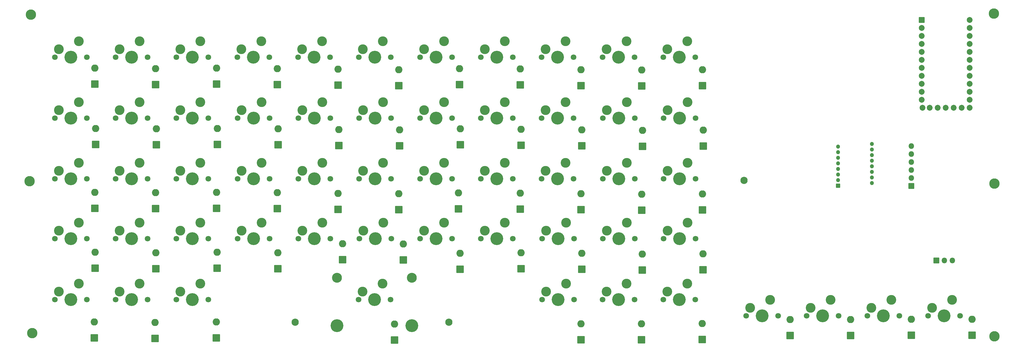
<source format=gbr>
G04 #@! TF.GenerationSoftware,KiCad,Pcbnew,(6.0.7)*
G04 #@! TF.CreationDate,2022-12-19T10:59:48-08:00*
G04 #@! TF.ProjectId,openot rev2,6f70656e-6f74-4207-9265-76322e6b6963,rev?*
G04 #@! TF.SameCoordinates,Original*
G04 #@! TF.FileFunction,Soldermask,Top*
G04 #@! TF.FilePolarity,Negative*
%FSLAX46Y46*%
G04 Gerber Fmt 4.6, Leading zero omitted, Abs format (unit mm)*
G04 Created by KiCad (PCBNEW (6.0.7)) date 2022-12-19 10:59:48*
%MOMM*%
%LPD*%
G01*
G04 APERTURE LIST*
G04 Aperture macros list*
%AMRoundRect*
0 Rectangle with rounded corners*
0 $1 Rounding radius*
0 $2 $3 $4 $5 $6 $7 $8 $9 X,Y pos of 4 corners*
0 Add a 4 corners polygon primitive as box body*
4,1,4,$2,$3,$4,$5,$6,$7,$8,$9,$2,$3,0*
0 Add four circle primitives for the rounded corners*
1,1,$1+$1,$2,$3*
1,1,$1+$1,$4,$5*
1,1,$1+$1,$6,$7*
1,1,$1+$1,$8,$9*
0 Add four rect primitives between the rounded corners*
20,1,$1+$1,$2,$3,$4,$5,0*
20,1,$1+$1,$4,$5,$6,$7,0*
20,1,$1+$1,$6,$7,$8,$9,0*
20,1,$1+$1,$8,$9,$2,$3,0*%
G04 Aperture macros list end*
%ADD10C,3.102000*%
%ADD11C,4.089800*%
%ADD12C,1.803800*%
%ADD13RoundRect,0.051000X1.100000X-1.100000X1.100000X1.100000X-1.100000X1.100000X-1.100000X-1.100000X0*%
%ADD14O,2.302000X2.302000*%
%ADD15C,3.302000*%
%ADD16C,2.302000*%
%ADD17RoundRect,0.051000X-0.876300X0.876300X-0.876300X-0.876300X0.876300X-0.876300X0.876300X0.876300X0*%
%ADD18C,1.854600*%
%ADD19C,3.150000*%
%ADD20RoundRect,0.051000X0.850000X-0.850000X0.850000X0.850000X-0.850000X0.850000X-0.850000X-0.850000X0*%
%ADD21O,1.802000X1.802000*%
%ADD22RoundRect,0.051000X-0.850000X-0.850000X0.850000X-0.850000X0.850000X0.850000X-0.850000X0.850000X0*%
%ADD23RoundRect,0.051000X-0.600000X-0.600000X0.600000X-0.600000X0.600000X0.600000X-0.600000X0.600000X0*%
%ADD24C,1.302000*%
G04 APERTURE END LIST*
D10*
X157593800Y-128613600D03*
X151243800Y-131153600D03*
D11*
X155053800Y-133693600D03*
D12*
X160133800Y-133693600D03*
X149973800Y-133693600D03*
D13*
X183400000Y-159572183D03*
D14*
X183400000Y-154492183D03*
D10*
X118828533Y-89942285D03*
D11*
X116288533Y-95022285D03*
D12*
X121368533Y-95022285D03*
X111208533Y-95022285D03*
D10*
X112478533Y-92482285D03*
D15*
X371053483Y-81170234D03*
D10*
X112458000Y-169660000D03*
D11*
X116268000Y-172200000D03*
D12*
X111188000Y-172200000D03*
D10*
X118808000Y-167120000D03*
D12*
X121348000Y-172200000D03*
D13*
X85437267Y-162190298D03*
D14*
X85437267Y-157110298D03*
D11*
X232396800Y-133693600D03*
D12*
X227316800Y-133693600D03*
D10*
X228586800Y-131153600D03*
D12*
X237476800Y-133693600D03*
D10*
X234936800Y-128613600D03*
D13*
X239869267Y-143561315D03*
D14*
X239869267Y-138481315D03*
D16*
X197857667Y-179339132D03*
D13*
X162623000Y-103964817D03*
D14*
X162623000Y-98884817D03*
D12*
X237654600Y-172200000D03*
X227494600Y-172200000D03*
D11*
X232574600Y-172200000D03*
D10*
X235114600Y-167120000D03*
X228764600Y-169660000D03*
D11*
X193793667Y-152756115D03*
D12*
X188713667Y-152756115D03*
X198873667Y-152756115D03*
D10*
X189983667Y-150216115D03*
X196333667Y-147676115D03*
D15*
X371256683Y-135221434D03*
D13*
X85564267Y-122769498D03*
D14*
X85564267Y-117689498D03*
D13*
X239813600Y-184990817D03*
D14*
X239813600Y-179910817D03*
D13*
X85280000Y-103620000D03*
D14*
X85280000Y-98540000D03*
D13*
X181957267Y-143561315D03*
D14*
X181957267Y-138481315D03*
D11*
X77710800Y-114389600D03*
D12*
X72630800Y-114389600D03*
X82790800Y-114389600D03*
D10*
X73900800Y-111849600D03*
X80250800Y-109309600D03*
D11*
X174357800Y-114389600D03*
D12*
X179437800Y-114389600D03*
D10*
X176897800Y-109309600D03*
D12*
X169277800Y-114389600D03*
D10*
X170547800Y-111849600D03*
D12*
X169100000Y-172200000D03*
D10*
X176720000Y-167120000D03*
D12*
X179260000Y-172200000D03*
D10*
X170370000Y-169660000D03*
D11*
X174180000Y-172200000D03*
D13*
X278604267Y-162698298D03*
D14*
X278604267Y-157618298D03*
D13*
X143349267Y-143216498D03*
D14*
X143349267Y-138136498D03*
D13*
X104868267Y-122896498D03*
D14*
X104868267Y-117816498D03*
D13*
X164020000Y-159500000D03*
D14*
X164020000Y-154420000D03*
D10*
X273621000Y-167120000D03*
D12*
X276161000Y-172200000D03*
D11*
X271081000Y-172200000D03*
D12*
X266001000Y-172200000D03*
D10*
X267271000Y-169660000D03*
D13*
X201393134Y-162496830D03*
D14*
X201393134Y-157416830D03*
D10*
X73870533Y-92482285D03*
X80220533Y-89942285D03*
D12*
X72600533Y-95022285D03*
X82760533Y-95022285D03*
D11*
X77680533Y-95022285D03*
D12*
X130669800Y-114389600D03*
X140829800Y-114389600D03*
D10*
X131939800Y-111849600D03*
X138289800Y-109309600D03*
D11*
X135749800Y-114389600D03*
D13*
X85310267Y-143089498D03*
D14*
X85310267Y-138009498D03*
D12*
X91884000Y-172200000D03*
D11*
X96964000Y-172200000D03*
D10*
X93154000Y-169660000D03*
X99504000Y-167120000D03*
D12*
X102044000Y-172200000D03*
D13*
X123888000Y-184392000D03*
D14*
X123888000Y-179312000D03*
D13*
X220535000Y-103874000D03*
D14*
X220535000Y-98794000D03*
D15*
X64577083Y-134510234D03*
D13*
X364095800Y-183539182D03*
D14*
X364095800Y-178459182D03*
D13*
X220819267Y-123023498D03*
D14*
X220819267Y-117943498D03*
D12*
X102094800Y-133693600D03*
D10*
X99554800Y-128613600D03*
D12*
X91934800Y-133693600D03*
D11*
X97014800Y-133693600D03*
D10*
X93204800Y-131153600D03*
X118858800Y-147714400D03*
D11*
X116318800Y-152794400D03*
D12*
X111238800Y-152794400D03*
D10*
X112508800Y-150254400D03*
D12*
X121398800Y-152794400D03*
D11*
X77710800Y-152794400D03*
D10*
X80250800Y-147714400D03*
D12*
X72630800Y-152794400D03*
X82790800Y-152794400D03*
D10*
X73900800Y-150254400D03*
D13*
X104457000Y-184519000D03*
D14*
X104457000Y-179439000D03*
D10*
X254367800Y-147714400D03*
D12*
X246747800Y-152794400D03*
D11*
X251827800Y-152794400D03*
D12*
X256907800Y-152794400D03*
D10*
X248017800Y-150254400D03*
D12*
X91934800Y-152794400D03*
D10*
X93204800Y-150254400D03*
X99554800Y-147714400D03*
D11*
X97014800Y-152794400D03*
D12*
X102094800Y-152794400D03*
D13*
X162653267Y-143434315D03*
D14*
X162653267Y-138354315D03*
D17*
X348142683Y-83151434D03*
D18*
X348142683Y-85691434D03*
X348142683Y-88231434D03*
X348142683Y-90771434D03*
X348142683Y-93311434D03*
X348142683Y-95851434D03*
X348142683Y-98391434D03*
X348142683Y-100931434D03*
X348142683Y-103471434D03*
X348142683Y-106011434D03*
X348142683Y-108551434D03*
X348371283Y-111091434D03*
X363382683Y-111091434D03*
X363382683Y-108551434D03*
X363382683Y-106011434D03*
X363382683Y-103471434D03*
X363382683Y-100931434D03*
X363382683Y-98391434D03*
X363382683Y-95851434D03*
X363382683Y-93311434D03*
X363382683Y-90771434D03*
X363382683Y-88231434D03*
X363382683Y-85691434D03*
X363382683Y-83151434D03*
X350682683Y-111091434D03*
X353222683Y-111091434D03*
X355762683Y-111091434D03*
X358302683Y-111091434D03*
X360842683Y-111091434D03*
D13*
X85153000Y-184392000D03*
D14*
X85153000Y-179312000D03*
D15*
X65034283Y-81475034D03*
D10*
X170679667Y-150216115D03*
X177029667Y-147676115D03*
D11*
X174489667Y-152756115D03*
D12*
X179569667Y-152756115D03*
X169409667Y-152756115D03*
D13*
X344791800Y-183539182D03*
D14*
X344791800Y-178459182D03*
D11*
X355205801Y-177330801D03*
D10*
X357745801Y-172250801D03*
D12*
X360285801Y-177330801D03*
X350125801Y-177330801D03*
D10*
X351395801Y-174790801D03*
D12*
X198838533Y-95022285D03*
X188678533Y-95022285D03*
D10*
X189948533Y-92482285D03*
X196298533Y-89942285D03*
D11*
X193758533Y-95022285D03*
D13*
X306260000Y-183630000D03*
D14*
X306260000Y-178550000D03*
D13*
X278447000Y-104128000D03*
D14*
X278447000Y-99048000D03*
D10*
X151213533Y-92482285D03*
D12*
X149943533Y-95022285D03*
D10*
X157563533Y-89942285D03*
D12*
X160103533Y-95022285D03*
D11*
X155023533Y-95022285D03*
D13*
X278731267Y-123277498D03*
D14*
X278731267Y-118197498D03*
D10*
X228586800Y-111849600D03*
D12*
X237476800Y-114389600D03*
D11*
X232396800Y-114389600D03*
D12*
X227316800Y-114389600D03*
D10*
X234936800Y-109309600D03*
D12*
X198868800Y-114389600D03*
D11*
X193788800Y-114389600D03*
D10*
X196328800Y-109309600D03*
X189978800Y-111849600D03*
D12*
X188708800Y-114389600D03*
D13*
X220565267Y-143343498D03*
D14*
X220565267Y-138263498D03*
D13*
X124172267Y-162190298D03*
D14*
X124172267Y-157110298D03*
D13*
X124015000Y-103620000D03*
D14*
X124015000Y-98540000D03*
D10*
X189978800Y-131153600D03*
D12*
X198868800Y-133693600D03*
X188708800Y-133693600D03*
D10*
X196328800Y-128613600D03*
D11*
X193788800Y-133693600D03*
D13*
X240123267Y-123241315D03*
D14*
X240123267Y-118161315D03*
D11*
X135719533Y-95022285D03*
D10*
X138259533Y-89942285D03*
D12*
X140799533Y-95022285D03*
X130639533Y-95022285D03*
D10*
X131909533Y-92482285D03*
X131939800Y-150254400D03*
D12*
X130669800Y-152794400D03*
X140829800Y-152794400D03*
D11*
X135749800Y-152794400D03*
D10*
X138289800Y-147714400D03*
D11*
X251827800Y-114389600D03*
D10*
X254367800Y-109309600D03*
D12*
X256907800Y-114389600D03*
D10*
X248017800Y-111849600D03*
D12*
X246747800Y-114389600D03*
D11*
X116318800Y-114389600D03*
D10*
X118858800Y-109309600D03*
D12*
X111238800Y-114389600D03*
X121398800Y-114389600D03*
D10*
X112508800Y-111849600D03*
X267321800Y-111849600D03*
D11*
X271131800Y-114389600D03*
D12*
X266051800Y-114389600D03*
D10*
X273671800Y-109309600D03*
D12*
X276211800Y-114389600D03*
D10*
X267291533Y-92482285D03*
D12*
X266021533Y-95022285D03*
X276181533Y-95022285D03*
D10*
X273641533Y-89942285D03*
D11*
X271101533Y-95022285D03*
D13*
X325487801Y-183629999D03*
D14*
X325487801Y-178549999D03*
D13*
X143603267Y-122896498D03*
D14*
X143603267Y-117816498D03*
D13*
X259143000Y-104218817D03*
D14*
X259143000Y-99138817D03*
D19*
X162280000Y-165215000D03*
D11*
X162280000Y-180455000D03*
D19*
X186080000Y-165215000D03*
D11*
X186080000Y-180455000D03*
D12*
X237446533Y-95022285D03*
X227286533Y-95022285D03*
D10*
X228556533Y-92482285D03*
D11*
X232366533Y-95022285D03*
D10*
X234906533Y-89942285D03*
D13*
X143319000Y-103747000D03*
D14*
X143319000Y-98667000D03*
D11*
X232528667Y-152756115D03*
D12*
X227448667Y-152756115D03*
D10*
X235068667Y-147676115D03*
D12*
X237608667Y-152756115D03*
D10*
X228718667Y-150216115D03*
D12*
X266051800Y-152794400D03*
D10*
X267321800Y-150254400D03*
X273671800Y-147714400D03*
D11*
X271131800Y-152794400D03*
D12*
X276211800Y-152794400D03*
D13*
X239839000Y-104091817D03*
D14*
X239839000Y-99011817D03*
D20*
X352816283Y-159757834D03*
D21*
X355356283Y-159757834D03*
X357896283Y-159757834D03*
D13*
X104614267Y-143216498D03*
D14*
X104614267Y-138136498D03*
D13*
X259300267Y-162789115D03*
D14*
X259300267Y-157709115D03*
D12*
X121398800Y-133693600D03*
D10*
X112508800Y-131153600D03*
D11*
X116318800Y-133693600D03*
D10*
X118858800Y-128613600D03*
D12*
X111238800Y-133693600D03*
D13*
X104584000Y-103747000D03*
D14*
X104584000Y-98667000D03*
D13*
X201231000Y-103747000D03*
D14*
X201231000Y-98667000D03*
D10*
X157593800Y-109309600D03*
X151243800Y-111849600D03*
D12*
X149973800Y-114389600D03*
X160133800Y-114389600D03*
D11*
X155053800Y-114389600D03*
D10*
X176867533Y-89942285D03*
X170517533Y-92482285D03*
D12*
X169247533Y-95022285D03*
D11*
X174327533Y-95022285D03*
D12*
X179407533Y-95022285D03*
X330821801Y-177330801D03*
D10*
X338441801Y-172250801D03*
D11*
X335901801Y-177330801D03*
D10*
X332091801Y-174790801D03*
D12*
X340981801Y-177330801D03*
D13*
X182211267Y-123241315D03*
D14*
X182211267Y-118161315D03*
D21*
X344840683Y-123334234D03*
X344840683Y-125874234D03*
X344840683Y-128414234D03*
X344840683Y-130954234D03*
X344840683Y-133494234D03*
D22*
X344840683Y-136034234D03*
D13*
X278477267Y-143597498D03*
D14*
X278477267Y-138517498D03*
D13*
X201515267Y-122896498D03*
D14*
X201515267Y-117816498D03*
D13*
X240128134Y-162496830D03*
D14*
X240128134Y-157416830D03*
D13*
X124045267Y-143089498D03*
D14*
X124045267Y-138009498D03*
D13*
X143476267Y-162317298D03*
D14*
X143476267Y-157237298D03*
D13*
X124299267Y-122769498D03*
D14*
X124299267Y-117689498D03*
D12*
X130669800Y-133693600D03*
D10*
X131939800Y-131153600D03*
D11*
X135749800Y-133693600D03*
D10*
X138289800Y-128613600D03*
D12*
X140829800Y-133693600D03*
X321677800Y-177330801D03*
D10*
X312787800Y-174790801D03*
X319137800Y-172250801D03*
D11*
X316597800Y-177330801D03*
D12*
X311517800Y-177330801D03*
X218177667Y-152756115D03*
D10*
X209287667Y-150216115D03*
X215637667Y-147676115D03*
D11*
X213097667Y-152756115D03*
D12*
X208017667Y-152756115D03*
D10*
X209252533Y-92482285D03*
D12*
X207982533Y-95022285D03*
X218142533Y-95022285D03*
D11*
X213062533Y-95022285D03*
D10*
X215602533Y-89942285D03*
D13*
X181927000Y-104091817D03*
D14*
X181927000Y-99011817D03*
D10*
X247967000Y-169660000D03*
D12*
X256857000Y-172200000D03*
D11*
X251777000Y-172200000D03*
D10*
X254317000Y-167120000D03*
D12*
X246697000Y-172200000D03*
D10*
X99524533Y-89942285D03*
X93174533Y-92482285D03*
D12*
X91904533Y-95022285D03*
X102064533Y-95022285D03*
D11*
X96984533Y-95022285D03*
D12*
X72580000Y-172200000D03*
D10*
X73850000Y-169660000D03*
D11*
X77660000Y-172200000D03*
D10*
X80200000Y-167120000D03*
D12*
X82740000Y-172200000D03*
D10*
X299910000Y-172250800D03*
D11*
X297370000Y-177330800D03*
D12*
X302450000Y-177330800D03*
X292290000Y-177330800D03*
D10*
X293560000Y-174790800D03*
D13*
X278320000Y-184900000D03*
D14*
X278320000Y-179820000D03*
D16*
X291650000Y-134250000D03*
D13*
X220824134Y-162369830D03*
D14*
X220824134Y-157289830D03*
D15*
X65389883Y-182871834D03*
D13*
X200900000Y-143322183D03*
D14*
X200900000Y-138242183D03*
D12*
X256907800Y-133693600D03*
D11*
X251827800Y-133693600D03*
D10*
X248017800Y-131153600D03*
D12*
X246747800Y-133693600D03*
D10*
X254367800Y-128613600D03*
D12*
X169277800Y-133693600D03*
D11*
X174357800Y-133693600D03*
D12*
X179437800Y-133693600D03*
D10*
X170547800Y-131153600D03*
X176897800Y-128613600D03*
D11*
X97014800Y-114389600D03*
D10*
X99554800Y-109309600D03*
D12*
X91934800Y-114389600D03*
X102094800Y-114389600D03*
D10*
X93204800Y-111849600D03*
D13*
X259016000Y-184990817D03*
D14*
X259016000Y-179910817D03*
D13*
X259427267Y-123368315D03*
D14*
X259427267Y-118288315D03*
D12*
X276211800Y-133693600D03*
D10*
X273671800Y-128613600D03*
D12*
X266051800Y-133693600D03*
D10*
X267321800Y-131153600D03*
D11*
X271131800Y-133693600D03*
D10*
X209282800Y-111849600D03*
X215632800Y-109309600D03*
D11*
X213092800Y-114389600D03*
D12*
X208012800Y-114389600D03*
X218172800Y-114389600D03*
X160133800Y-152794400D03*
X149973800Y-152794400D03*
D11*
X155053800Y-152794400D03*
D10*
X157593800Y-147714400D03*
X151243800Y-150254400D03*
D13*
X104741267Y-162317298D03*
D14*
X104741267Y-157237298D03*
D11*
X77710800Y-133693600D03*
D12*
X82790800Y-133693600D03*
X72630800Y-133693600D03*
D10*
X80250800Y-128613600D03*
X73900800Y-131153600D03*
D13*
X162907267Y-123114315D03*
D14*
X162907267Y-118034315D03*
D16*
X149013467Y-179364532D03*
D13*
X259173267Y-143688315D03*
D14*
X259173267Y-138608315D03*
D13*
X180580800Y-185029102D03*
D14*
X180580800Y-179949102D03*
D12*
X246717533Y-95022285D03*
D10*
X247987533Y-92482285D03*
D11*
X251797533Y-95022285D03*
D12*
X256877533Y-95022285D03*
D10*
X254337533Y-89942285D03*
D15*
X371205883Y-183887834D03*
D10*
X209282800Y-131153600D03*
D12*
X208012800Y-133693600D03*
D11*
X213092800Y-133693600D03*
D12*
X218172800Y-133693600D03*
D10*
X215632800Y-128613600D03*
D23*
X321576683Y-135952234D03*
D24*
X321576683Y-134172234D03*
X321576683Y-132392234D03*
X321576683Y-130612234D03*
X321576683Y-128832234D03*
X321576683Y-127052234D03*
X321576683Y-125272234D03*
X321576683Y-123492234D03*
X332276683Y-122602234D03*
X332276683Y-124382234D03*
X332276683Y-126162234D03*
X332276683Y-127942234D03*
X332276683Y-129722234D03*
X332276683Y-131502234D03*
X332276683Y-133282234D03*
X332276683Y-135062234D03*
M02*

</source>
